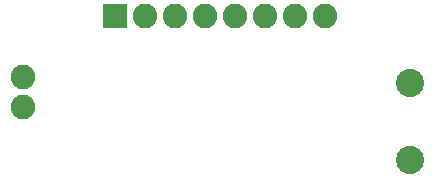
<source format=gbs>
G04 EAGLE Gerber RS-274X export*
G75*
%MOMM*%
%FSLAX34Y34*%
%LPD*%
%AMOC8*
5,1,8,0,0,1.08239X$1,22.5*%
G01*
%ADD10R,2.082800X2.082800*%
%ADD11C,2.082800*%
%ADD12C,2.387600*%


D10*
X149263Y920090D03*
D11*
X174663Y920090D03*
X200063Y920090D03*
X225463Y920090D03*
X250863Y920090D03*
X276263Y920090D03*
X301663Y920090D03*
X327063Y920090D03*
X71453Y843396D03*
X71453Y868796D03*
D12*
X399105Y863858D03*
X399105Y798580D03*
M02*

</source>
